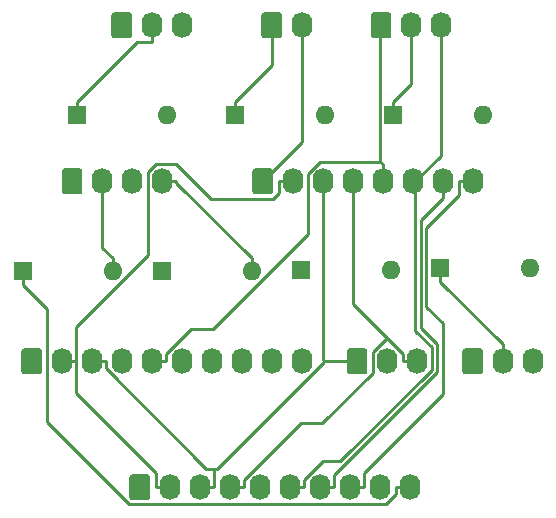
<source format=gbr>
G04 #@! TF.GenerationSoftware,KiCad,Pcbnew,(5.1.5-0-10_14)*
G04 #@! TF.CreationDate,2021-04-18T14:53:33+10:00*
G04 #@! TF.ProjectId,OH - Right Console - A - Sim Control,4f48202d-2052-4696-9768-7420436f6e73,rev?*
G04 #@! TF.SameCoordinates,Original*
G04 #@! TF.FileFunction,Copper,L1,Top*
G04 #@! TF.FilePolarity,Positive*
%FSLAX46Y46*%
G04 Gerber Fmt 4.6, Leading zero omitted, Abs format (unit mm)*
G04 Created by KiCad (PCBNEW (5.1.5-0-10_14)) date 2021-04-18 14:53:33*
%MOMM*%
%LPD*%
G04 APERTURE LIST*
%ADD10O,1.740000X2.200000*%
%ADD11C,0.100000*%
%ADD12O,1.600000X1.600000*%
%ADD13R,1.600000X1.600000*%
%ADD14C,0.250000*%
G04 APERTURE END LIST*
D10*
X168783000Y-133350000D03*
X166243000Y-133350000D03*
X163703000Y-133350000D03*
X161163000Y-133350000D03*
X158623000Y-133350000D03*
X156083000Y-133350000D03*
X153543000Y-133350000D03*
X151003000Y-133350000D03*
X148463000Y-133350000D03*
G04 #@! TA.AperFunction,ComponentPad*
D11*
G36*
X146567505Y-132251204D02*
G01*
X146591773Y-132254804D01*
X146615572Y-132260765D01*
X146638671Y-132269030D01*
X146660850Y-132279520D01*
X146681893Y-132292132D01*
X146701599Y-132306747D01*
X146719777Y-132323223D01*
X146736253Y-132341401D01*
X146750868Y-132361107D01*
X146763480Y-132382150D01*
X146773970Y-132404329D01*
X146782235Y-132427428D01*
X146788196Y-132451227D01*
X146791796Y-132475495D01*
X146793000Y-132499999D01*
X146793000Y-134200001D01*
X146791796Y-134224505D01*
X146788196Y-134248773D01*
X146782235Y-134272572D01*
X146773970Y-134295671D01*
X146763480Y-134317850D01*
X146750868Y-134338893D01*
X146736253Y-134358599D01*
X146719777Y-134376777D01*
X146701599Y-134393253D01*
X146681893Y-134407868D01*
X146660850Y-134420480D01*
X146638671Y-134430970D01*
X146615572Y-134439235D01*
X146591773Y-134445196D01*
X146567505Y-134448796D01*
X146543001Y-134450000D01*
X145302999Y-134450000D01*
X145278495Y-134448796D01*
X145254227Y-134445196D01*
X145230428Y-134439235D01*
X145207329Y-134430970D01*
X145185150Y-134420480D01*
X145164107Y-134407868D01*
X145144401Y-134393253D01*
X145126223Y-134376777D01*
X145109747Y-134358599D01*
X145095132Y-134338893D01*
X145082520Y-134317850D01*
X145072030Y-134295671D01*
X145063765Y-134272572D01*
X145057804Y-134248773D01*
X145054204Y-134224505D01*
X145053000Y-134200001D01*
X145053000Y-132499999D01*
X145054204Y-132475495D01*
X145057804Y-132451227D01*
X145063765Y-132427428D01*
X145072030Y-132404329D01*
X145082520Y-132382150D01*
X145095132Y-132361107D01*
X145109747Y-132341401D01*
X145126223Y-132323223D01*
X145144401Y-132306747D01*
X145164107Y-132292132D01*
X145185150Y-132279520D01*
X145207329Y-132269030D01*
X145230428Y-132260765D01*
X145254227Y-132254804D01*
X145278495Y-132251204D01*
X145302999Y-132250000D01*
X146543001Y-132250000D01*
X146567505Y-132251204D01*
G37*
G04 #@! TD.AperFunction*
D10*
X159639000Y-122682000D03*
X157099000Y-122682000D03*
X154559000Y-122682000D03*
X152019000Y-122682000D03*
X149479000Y-122682000D03*
X146939000Y-122682000D03*
X144399000Y-122682000D03*
X141859000Y-122682000D03*
X139319000Y-122682000D03*
G04 #@! TA.AperFunction,ComponentPad*
D11*
G36*
X137423505Y-121583204D02*
G01*
X137447773Y-121586804D01*
X137471572Y-121592765D01*
X137494671Y-121601030D01*
X137516850Y-121611520D01*
X137537893Y-121624132D01*
X137557599Y-121638747D01*
X137575777Y-121655223D01*
X137592253Y-121673401D01*
X137606868Y-121693107D01*
X137619480Y-121714150D01*
X137629970Y-121736329D01*
X137638235Y-121759428D01*
X137644196Y-121783227D01*
X137647796Y-121807495D01*
X137649000Y-121831999D01*
X137649000Y-123532001D01*
X137647796Y-123556505D01*
X137644196Y-123580773D01*
X137638235Y-123604572D01*
X137629970Y-123627671D01*
X137619480Y-123649850D01*
X137606868Y-123670893D01*
X137592253Y-123690599D01*
X137575777Y-123708777D01*
X137557599Y-123725253D01*
X137537893Y-123739868D01*
X137516850Y-123752480D01*
X137494671Y-123762970D01*
X137471572Y-123771235D01*
X137447773Y-123777196D01*
X137423505Y-123780796D01*
X137399001Y-123782000D01*
X136158999Y-123782000D01*
X136134495Y-123780796D01*
X136110227Y-123777196D01*
X136086428Y-123771235D01*
X136063329Y-123762970D01*
X136041150Y-123752480D01*
X136020107Y-123739868D01*
X136000401Y-123725253D01*
X135982223Y-123708777D01*
X135965747Y-123690599D01*
X135951132Y-123670893D01*
X135938520Y-123649850D01*
X135928030Y-123627671D01*
X135919765Y-123604572D01*
X135913804Y-123580773D01*
X135910204Y-123556505D01*
X135909000Y-123532001D01*
X135909000Y-121831999D01*
X135910204Y-121807495D01*
X135913804Y-121783227D01*
X135919765Y-121759428D01*
X135928030Y-121736329D01*
X135938520Y-121714150D01*
X135951132Y-121693107D01*
X135965747Y-121673401D01*
X135982223Y-121655223D01*
X136000401Y-121638747D01*
X136020107Y-121624132D01*
X136041150Y-121611520D01*
X136063329Y-121601030D01*
X136086428Y-121592765D01*
X136110227Y-121586804D01*
X136134495Y-121583204D01*
X136158999Y-121582000D01*
X137399001Y-121582000D01*
X137423505Y-121583204D01*
G37*
G04 #@! TD.AperFunction*
D10*
X159639000Y-94234000D03*
G04 #@! TA.AperFunction,ComponentPad*
D11*
G36*
X157743505Y-93135204D02*
G01*
X157767773Y-93138804D01*
X157791572Y-93144765D01*
X157814671Y-93153030D01*
X157836850Y-93163520D01*
X157857893Y-93176132D01*
X157877599Y-93190747D01*
X157895777Y-93207223D01*
X157912253Y-93225401D01*
X157926868Y-93245107D01*
X157939480Y-93266150D01*
X157949970Y-93288329D01*
X157958235Y-93311428D01*
X157964196Y-93335227D01*
X157967796Y-93359495D01*
X157969000Y-93383999D01*
X157969000Y-95084001D01*
X157967796Y-95108505D01*
X157964196Y-95132773D01*
X157958235Y-95156572D01*
X157949970Y-95179671D01*
X157939480Y-95201850D01*
X157926868Y-95222893D01*
X157912253Y-95242599D01*
X157895777Y-95260777D01*
X157877599Y-95277253D01*
X157857893Y-95291868D01*
X157836850Y-95304480D01*
X157814671Y-95314970D01*
X157791572Y-95323235D01*
X157767773Y-95329196D01*
X157743505Y-95332796D01*
X157719001Y-95334000D01*
X156478999Y-95334000D01*
X156454495Y-95332796D01*
X156430227Y-95329196D01*
X156406428Y-95323235D01*
X156383329Y-95314970D01*
X156361150Y-95304480D01*
X156340107Y-95291868D01*
X156320401Y-95277253D01*
X156302223Y-95260777D01*
X156285747Y-95242599D01*
X156271132Y-95222893D01*
X156258520Y-95201850D01*
X156248030Y-95179671D01*
X156239765Y-95156572D01*
X156233804Y-95132773D01*
X156230204Y-95108505D01*
X156229000Y-95084001D01*
X156229000Y-93383999D01*
X156230204Y-93359495D01*
X156233804Y-93335227D01*
X156239765Y-93311428D01*
X156248030Y-93288329D01*
X156258520Y-93266150D01*
X156271132Y-93245107D01*
X156285747Y-93225401D01*
X156302223Y-93207223D01*
X156320401Y-93190747D01*
X156340107Y-93176132D01*
X156361150Y-93163520D01*
X156383329Y-93153030D01*
X156406428Y-93144765D01*
X156430227Y-93138804D01*
X156454495Y-93135204D01*
X156478999Y-93134000D01*
X157719001Y-93134000D01*
X157743505Y-93135204D01*
G37*
G04 #@! TD.AperFunction*
D10*
X149479000Y-94234000D03*
X146939000Y-94234000D03*
G04 #@! TA.AperFunction,ComponentPad*
D11*
G36*
X145043505Y-93135204D02*
G01*
X145067773Y-93138804D01*
X145091572Y-93144765D01*
X145114671Y-93153030D01*
X145136850Y-93163520D01*
X145157893Y-93176132D01*
X145177599Y-93190747D01*
X145195777Y-93207223D01*
X145212253Y-93225401D01*
X145226868Y-93245107D01*
X145239480Y-93266150D01*
X145249970Y-93288329D01*
X145258235Y-93311428D01*
X145264196Y-93335227D01*
X145267796Y-93359495D01*
X145269000Y-93383999D01*
X145269000Y-95084001D01*
X145267796Y-95108505D01*
X145264196Y-95132773D01*
X145258235Y-95156572D01*
X145249970Y-95179671D01*
X145239480Y-95201850D01*
X145226868Y-95222893D01*
X145212253Y-95242599D01*
X145195777Y-95260777D01*
X145177599Y-95277253D01*
X145157893Y-95291868D01*
X145136850Y-95304480D01*
X145114671Y-95314970D01*
X145091572Y-95323235D01*
X145067773Y-95329196D01*
X145043505Y-95332796D01*
X145019001Y-95334000D01*
X143778999Y-95334000D01*
X143754495Y-95332796D01*
X143730227Y-95329196D01*
X143706428Y-95323235D01*
X143683329Y-95314970D01*
X143661150Y-95304480D01*
X143640107Y-95291868D01*
X143620401Y-95277253D01*
X143602223Y-95260777D01*
X143585747Y-95242599D01*
X143571132Y-95222893D01*
X143558520Y-95201850D01*
X143548030Y-95179671D01*
X143539765Y-95156572D01*
X143533804Y-95132773D01*
X143530204Y-95108505D01*
X143529000Y-95084001D01*
X143529000Y-93383999D01*
X143530204Y-93359495D01*
X143533804Y-93335227D01*
X143539765Y-93311428D01*
X143548030Y-93288329D01*
X143558520Y-93266150D01*
X143571132Y-93245107D01*
X143585747Y-93225401D01*
X143602223Y-93207223D01*
X143620401Y-93190747D01*
X143640107Y-93176132D01*
X143661150Y-93163520D01*
X143683329Y-93153030D01*
X143706428Y-93144765D01*
X143730227Y-93138804D01*
X143754495Y-93135204D01*
X143778999Y-93134000D01*
X145019001Y-93134000D01*
X145043505Y-93135204D01*
G37*
G04 #@! TD.AperFunction*
D10*
X171450000Y-94234000D03*
X168910000Y-94234000D03*
G04 #@! TA.AperFunction,ComponentPad*
D11*
G36*
X167014505Y-93135204D02*
G01*
X167038773Y-93138804D01*
X167062572Y-93144765D01*
X167085671Y-93153030D01*
X167107850Y-93163520D01*
X167128893Y-93176132D01*
X167148599Y-93190747D01*
X167166777Y-93207223D01*
X167183253Y-93225401D01*
X167197868Y-93245107D01*
X167210480Y-93266150D01*
X167220970Y-93288329D01*
X167229235Y-93311428D01*
X167235196Y-93335227D01*
X167238796Y-93359495D01*
X167240000Y-93383999D01*
X167240000Y-95084001D01*
X167238796Y-95108505D01*
X167235196Y-95132773D01*
X167229235Y-95156572D01*
X167220970Y-95179671D01*
X167210480Y-95201850D01*
X167197868Y-95222893D01*
X167183253Y-95242599D01*
X167166777Y-95260777D01*
X167148599Y-95277253D01*
X167128893Y-95291868D01*
X167107850Y-95304480D01*
X167085671Y-95314970D01*
X167062572Y-95323235D01*
X167038773Y-95329196D01*
X167014505Y-95332796D01*
X166990001Y-95334000D01*
X165749999Y-95334000D01*
X165725495Y-95332796D01*
X165701227Y-95329196D01*
X165677428Y-95323235D01*
X165654329Y-95314970D01*
X165632150Y-95304480D01*
X165611107Y-95291868D01*
X165591401Y-95277253D01*
X165573223Y-95260777D01*
X165556747Y-95242599D01*
X165542132Y-95222893D01*
X165529520Y-95201850D01*
X165519030Y-95179671D01*
X165510765Y-95156572D01*
X165504804Y-95132773D01*
X165501204Y-95108505D01*
X165500000Y-95084001D01*
X165500000Y-93383999D01*
X165501204Y-93359495D01*
X165504804Y-93335227D01*
X165510765Y-93311428D01*
X165519030Y-93288329D01*
X165529520Y-93266150D01*
X165542132Y-93245107D01*
X165556747Y-93225401D01*
X165573223Y-93207223D01*
X165591401Y-93190747D01*
X165611107Y-93176132D01*
X165632150Y-93163520D01*
X165654329Y-93153030D01*
X165677428Y-93144765D01*
X165701227Y-93138804D01*
X165725495Y-93135204D01*
X165749999Y-93134000D01*
X166990001Y-93134000D01*
X167014505Y-93135204D01*
G37*
G04 #@! TD.AperFunction*
D10*
X169418000Y-122682000D03*
X166878000Y-122682000D03*
G04 #@! TA.AperFunction,ComponentPad*
D11*
G36*
X164982505Y-121583204D02*
G01*
X165006773Y-121586804D01*
X165030572Y-121592765D01*
X165053671Y-121601030D01*
X165075850Y-121611520D01*
X165096893Y-121624132D01*
X165116599Y-121638747D01*
X165134777Y-121655223D01*
X165151253Y-121673401D01*
X165165868Y-121693107D01*
X165178480Y-121714150D01*
X165188970Y-121736329D01*
X165197235Y-121759428D01*
X165203196Y-121783227D01*
X165206796Y-121807495D01*
X165208000Y-121831999D01*
X165208000Y-123532001D01*
X165206796Y-123556505D01*
X165203196Y-123580773D01*
X165197235Y-123604572D01*
X165188970Y-123627671D01*
X165178480Y-123649850D01*
X165165868Y-123670893D01*
X165151253Y-123690599D01*
X165134777Y-123708777D01*
X165116599Y-123725253D01*
X165096893Y-123739868D01*
X165075850Y-123752480D01*
X165053671Y-123762970D01*
X165030572Y-123771235D01*
X165006773Y-123777196D01*
X164982505Y-123780796D01*
X164958001Y-123782000D01*
X163717999Y-123782000D01*
X163693495Y-123780796D01*
X163669227Y-123777196D01*
X163645428Y-123771235D01*
X163622329Y-123762970D01*
X163600150Y-123752480D01*
X163579107Y-123739868D01*
X163559401Y-123725253D01*
X163541223Y-123708777D01*
X163524747Y-123690599D01*
X163510132Y-123670893D01*
X163497520Y-123649850D01*
X163487030Y-123627671D01*
X163478765Y-123604572D01*
X163472804Y-123580773D01*
X163469204Y-123556505D01*
X163468000Y-123532001D01*
X163468000Y-121831999D01*
X163469204Y-121807495D01*
X163472804Y-121783227D01*
X163478765Y-121759428D01*
X163487030Y-121736329D01*
X163497520Y-121714150D01*
X163510132Y-121693107D01*
X163524747Y-121673401D01*
X163541223Y-121655223D01*
X163559401Y-121638747D01*
X163579107Y-121624132D01*
X163600150Y-121611520D01*
X163622329Y-121601030D01*
X163645428Y-121592765D01*
X163669227Y-121586804D01*
X163693495Y-121583204D01*
X163717999Y-121582000D01*
X164958001Y-121582000D01*
X164982505Y-121583204D01*
G37*
G04 #@! TD.AperFunction*
D10*
X179197000Y-122682000D03*
X176657000Y-122682000D03*
G04 #@! TA.AperFunction,ComponentPad*
D11*
G36*
X174761505Y-121583204D02*
G01*
X174785773Y-121586804D01*
X174809572Y-121592765D01*
X174832671Y-121601030D01*
X174854850Y-121611520D01*
X174875893Y-121624132D01*
X174895599Y-121638747D01*
X174913777Y-121655223D01*
X174930253Y-121673401D01*
X174944868Y-121693107D01*
X174957480Y-121714150D01*
X174967970Y-121736329D01*
X174976235Y-121759428D01*
X174982196Y-121783227D01*
X174985796Y-121807495D01*
X174987000Y-121831999D01*
X174987000Y-123532001D01*
X174985796Y-123556505D01*
X174982196Y-123580773D01*
X174976235Y-123604572D01*
X174967970Y-123627671D01*
X174957480Y-123649850D01*
X174944868Y-123670893D01*
X174930253Y-123690599D01*
X174913777Y-123708777D01*
X174895599Y-123725253D01*
X174875893Y-123739868D01*
X174854850Y-123752480D01*
X174832671Y-123762970D01*
X174809572Y-123771235D01*
X174785773Y-123777196D01*
X174761505Y-123780796D01*
X174737001Y-123782000D01*
X173496999Y-123782000D01*
X173472495Y-123780796D01*
X173448227Y-123777196D01*
X173424428Y-123771235D01*
X173401329Y-123762970D01*
X173379150Y-123752480D01*
X173358107Y-123739868D01*
X173338401Y-123725253D01*
X173320223Y-123708777D01*
X173303747Y-123690599D01*
X173289132Y-123670893D01*
X173276520Y-123649850D01*
X173266030Y-123627671D01*
X173257765Y-123604572D01*
X173251804Y-123580773D01*
X173248204Y-123556505D01*
X173247000Y-123532001D01*
X173247000Y-121831999D01*
X173248204Y-121807495D01*
X173251804Y-121783227D01*
X173257765Y-121759428D01*
X173266030Y-121736329D01*
X173276520Y-121714150D01*
X173289132Y-121693107D01*
X173303747Y-121673401D01*
X173320223Y-121655223D01*
X173338401Y-121638747D01*
X173358107Y-121624132D01*
X173379150Y-121611520D01*
X173401329Y-121601030D01*
X173424428Y-121592765D01*
X173448227Y-121586804D01*
X173472495Y-121583204D01*
X173496999Y-121582000D01*
X174737001Y-121582000D01*
X174761505Y-121583204D01*
G37*
G04 #@! TD.AperFunction*
D10*
X174117000Y-107442000D03*
X171577000Y-107442000D03*
X169037000Y-107442000D03*
X166497000Y-107442000D03*
X163957000Y-107442000D03*
X161417000Y-107442000D03*
X158877000Y-107442000D03*
G04 #@! TA.AperFunction,ComponentPad*
D11*
G36*
X156981505Y-106343204D02*
G01*
X157005773Y-106346804D01*
X157029572Y-106352765D01*
X157052671Y-106361030D01*
X157074850Y-106371520D01*
X157095893Y-106384132D01*
X157115599Y-106398747D01*
X157133777Y-106415223D01*
X157150253Y-106433401D01*
X157164868Y-106453107D01*
X157177480Y-106474150D01*
X157187970Y-106496329D01*
X157196235Y-106519428D01*
X157202196Y-106543227D01*
X157205796Y-106567495D01*
X157207000Y-106591999D01*
X157207000Y-108292001D01*
X157205796Y-108316505D01*
X157202196Y-108340773D01*
X157196235Y-108364572D01*
X157187970Y-108387671D01*
X157177480Y-108409850D01*
X157164868Y-108430893D01*
X157150253Y-108450599D01*
X157133777Y-108468777D01*
X157115599Y-108485253D01*
X157095893Y-108499868D01*
X157074850Y-108512480D01*
X157052671Y-108522970D01*
X157029572Y-108531235D01*
X157005773Y-108537196D01*
X156981505Y-108540796D01*
X156957001Y-108542000D01*
X155716999Y-108542000D01*
X155692495Y-108540796D01*
X155668227Y-108537196D01*
X155644428Y-108531235D01*
X155621329Y-108522970D01*
X155599150Y-108512480D01*
X155578107Y-108499868D01*
X155558401Y-108485253D01*
X155540223Y-108468777D01*
X155523747Y-108450599D01*
X155509132Y-108430893D01*
X155496520Y-108409850D01*
X155486030Y-108387671D01*
X155477765Y-108364572D01*
X155471804Y-108340773D01*
X155468204Y-108316505D01*
X155467000Y-108292001D01*
X155467000Y-106591999D01*
X155468204Y-106567495D01*
X155471804Y-106543227D01*
X155477765Y-106519428D01*
X155486030Y-106496329D01*
X155496520Y-106474150D01*
X155509132Y-106453107D01*
X155523747Y-106433401D01*
X155540223Y-106415223D01*
X155558401Y-106398747D01*
X155578107Y-106384132D01*
X155599150Y-106371520D01*
X155621329Y-106361030D01*
X155644428Y-106352765D01*
X155668227Y-106346804D01*
X155692495Y-106343204D01*
X155716999Y-106342000D01*
X156957001Y-106342000D01*
X156981505Y-106343204D01*
G37*
G04 #@! TD.AperFunction*
D10*
X147828000Y-107442000D03*
X145288000Y-107442000D03*
X142748000Y-107442000D03*
G04 #@! TA.AperFunction,ComponentPad*
D11*
G36*
X140852505Y-106343204D02*
G01*
X140876773Y-106346804D01*
X140900572Y-106352765D01*
X140923671Y-106361030D01*
X140945850Y-106371520D01*
X140966893Y-106384132D01*
X140986599Y-106398747D01*
X141004777Y-106415223D01*
X141021253Y-106433401D01*
X141035868Y-106453107D01*
X141048480Y-106474150D01*
X141058970Y-106496329D01*
X141067235Y-106519428D01*
X141073196Y-106543227D01*
X141076796Y-106567495D01*
X141078000Y-106591999D01*
X141078000Y-108292001D01*
X141076796Y-108316505D01*
X141073196Y-108340773D01*
X141067235Y-108364572D01*
X141058970Y-108387671D01*
X141048480Y-108409850D01*
X141035868Y-108430893D01*
X141021253Y-108450599D01*
X141004777Y-108468777D01*
X140986599Y-108485253D01*
X140966893Y-108499868D01*
X140945850Y-108512480D01*
X140923671Y-108522970D01*
X140900572Y-108531235D01*
X140876773Y-108537196D01*
X140852505Y-108540796D01*
X140828001Y-108542000D01*
X139587999Y-108542000D01*
X139563495Y-108540796D01*
X139539227Y-108537196D01*
X139515428Y-108531235D01*
X139492329Y-108522970D01*
X139470150Y-108512480D01*
X139449107Y-108499868D01*
X139429401Y-108485253D01*
X139411223Y-108468777D01*
X139394747Y-108450599D01*
X139380132Y-108430893D01*
X139367520Y-108409850D01*
X139357030Y-108387671D01*
X139348765Y-108364572D01*
X139342804Y-108340773D01*
X139339204Y-108316505D01*
X139338000Y-108292001D01*
X139338000Y-106591999D01*
X139339204Y-106567495D01*
X139342804Y-106543227D01*
X139348765Y-106519428D01*
X139357030Y-106496329D01*
X139367520Y-106474150D01*
X139380132Y-106453107D01*
X139394747Y-106433401D01*
X139411223Y-106415223D01*
X139429401Y-106398747D01*
X139449107Y-106384132D01*
X139470150Y-106371520D01*
X139492329Y-106361030D01*
X139515428Y-106352765D01*
X139539227Y-106346804D01*
X139563495Y-106343204D01*
X139587999Y-106342000D01*
X140828001Y-106342000D01*
X140852505Y-106343204D01*
G37*
G04 #@! TD.AperFunction*
D12*
X143637000Y-115062000D03*
D13*
X136017000Y-115062000D03*
D12*
X155406000Y-115062000D03*
D13*
X147786000Y-115062000D03*
D12*
X161608000Y-101854000D03*
D13*
X153988000Y-101854000D03*
D12*
X148209000Y-101854000D03*
D13*
X140589000Y-101854000D03*
D12*
X175006000Y-101854000D03*
D13*
X167386000Y-101854000D03*
D12*
X167174000Y-114935000D03*
D13*
X159554000Y-114935000D03*
D12*
X178943000Y-114808000D03*
D13*
X171323000Y-114808000D03*
D14*
X176657000Y-122682000D02*
X176657000Y-121256700D01*
X171323000Y-114808000D02*
X171323000Y-115933300D01*
X171323000Y-115933300D02*
X176646400Y-121256700D01*
X176646400Y-121256700D02*
X176657000Y-121256700D01*
X167386000Y-101854000D02*
X167386000Y-100728700D01*
X167386000Y-100728700D02*
X168910000Y-99204700D01*
X168910000Y-99204700D02*
X168910000Y-94234000D01*
X146939000Y-94234000D02*
X146939000Y-95659300D01*
X140589000Y-101854000D02*
X140589000Y-100728700D01*
X140589000Y-100728700D02*
X145658400Y-95659300D01*
X145658400Y-95659300D02*
X146939000Y-95659300D01*
X153988000Y-101854000D02*
X153988000Y-100728700D01*
X153988000Y-100728700D02*
X157099000Y-97617700D01*
X157099000Y-97617700D02*
X157099000Y-94234000D01*
X147828000Y-107442000D02*
X149023300Y-107442000D01*
X155406000Y-115062000D02*
X155406000Y-113936700D01*
X155406000Y-113936700D02*
X149023300Y-107554000D01*
X149023300Y-107554000D02*
X149023300Y-107442000D01*
X143637000Y-115062000D02*
X143637000Y-113936700D01*
X143637000Y-113936700D02*
X142748000Y-113047700D01*
X142748000Y-113047700D02*
X142748000Y-107442000D01*
X168783000Y-133350000D02*
X167587700Y-133350000D01*
X136017000Y-115062000D02*
X136017000Y-116187300D01*
X136017000Y-116187300D02*
X138049500Y-118219800D01*
X138049500Y-118219800D02*
X138049500Y-127794800D01*
X138049500Y-127794800D02*
X145030900Y-134776200D01*
X145030900Y-134776200D02*
X166759100Y-134776200D01*
X166759100Y-134776200D02*
X167587700Y-133947600D01*
X167587700Y-133947600D02*
X167587700Y-133350000D01*
X163703000Y-133350000D02*
X164898300Y-133350000D01*
X174117000Y-107442000D02*
X172921700Y-107442000D01*
X172921700Y-107442000D02*
X172921700Y-108637300D01*
X172921700Y-108637300D02*
X170197600Y-111361400D01*
X170197600Y-111361400D02*
X170197600Y-118071200D01*
X170197600Y-118071200D02*
X171570900Y-119444500D01*
X171570900Y-119444500D02*
X171570900Y-125482100D01*
X171570900Y-125482100D02*
X164898300Y-132154700D01*
X164898300Y-132154700D02*
X164898300Y-133350000D01*
X162358300Y-133350000D02*
X162358300Y-132316700D01*
X162358300Y-132316700D02*
X171100100Y-123574900D01*
X171100100Y-123574900D02*
X171100100Y-121215100D01*
X171100100Y-121215100D02*
X169729900Y-119844900D01*
X169729900Y-119844900D02*
X169729900Y-110714400D01*
X169729900Y-110714400D02*
X171577000Y-108867300D01*
X161163000Y-133350000D02*
X162358300Y-133350000D01*
X171577000Y-107442000D02*
X171577000Y-108867300D01*
X169270900Y-107442000D02*
X171450000Y-105262900D01*
X171450000Y-105262900D02*
X171450000Y-94234000D01*
X159818300Y-133350000D02*
X159818300Y-132752300D01*
X159818300Y-132752300D02*
X161449500Y-131121100D01*
X161449500Y-131121100D02*
X162917000Y-131121100D01*
X162917000Y-131121100D02*
X170640500Y-123397600D01*
X170640500Y-123397600D02*
X170640500Y-121462800D01*
X170640500Y-121462800D02*
X169270900Y-120093200D01*
X169270900Y-120093200D02*
X169270900Y-107442000D01*
X158623000Y-133350000D02*
X159818300Y-133350000D01*
X169037000Y-107442000D02*
X169270900Y-107442000D01*
X166260600Y-105780300D02*
X166497000Y-106016700D01*
X166370000Y-94234000D02*
X166260600Y-94343400D01*
X166260600Y-94343400D02*
X166260600Y-105780300D01*
X166260600Y-105780300D02*
X161154800Y-105780300D01*
X161154800Y-105780300D02*
X160150600Y-106784500D01*
X160150600Y-106784500D02*
X160150600Y-111909000D01*
X160150600Y-111909000D02*
X152113900Y-119945700D01*
X152113900Y-119945700D02*
X150272900Y-119945700D01*
X150272900Y-119945700D02*
X148134300Y-122084300D01*
X148134300Y-122084300D02*
X148134300Y-122682000D01*
X146939000Y-122682000D02*
X148134300Y-122682000D01*
X166497000Y-107442000D02*
X166497000Y-106016700D01*
X163957000Y-107442000D02*
X163957000Y-117818700D01*
X163957000Y-117818700D02*
X166854100Y-120715800D01*
X166854100Y-120715800D02*
X165666000Y-121903900D01*
X165666000Y-121903900D02*
X165666000Y-123655600D01*
X165666000Y-123655600D02*
X161394400Y-127927200D01*
X161394400Y-127927200D02*
X159563500Y-127927200D01*
X159563500Y-127927200D02*
X154738300Y-132752400D01*
X154738300Y-132752400D02*
X154738300Y-133350000D01*
X166854100Y-120715800D02*
X168222700Y-122084400D01*
X168222700Y-122084400D02*
X168222700Y-122682000D01*
X153543000Y-133350000D02*
X154738300Y-133350000D01*
X169418000Y-122682000D02*
X168222700Y-122682000D01*
X141859000Y-122682000D02*
X143054300Y-122682000D01*
X152198300Y-131780100D02*
X152489900Y-131780100D01*
X152489900Y-131780100D02*
X161505100Y-122764900D01*
X161505100Y-122764900D02*
X161505100Y-122682000D01*
X143054300Y-122682000D02*
X143054300Y-123279600D01*
X143054300Y-123279600D02*
X151554800Y-131780100D01*
X151554800Y-131780100D02*
X152198300Y-131780100D01*
X152198300Y-131780100D02*
X152198300Y-133350000D01*
X151003000Y-133350000D02*
X152198300Y-133350000D01*
X161417000Y-107442000D02*
X161417000Y-122594000D01*
X161417000Y-122594000D02*
X161417100Y-122594000D01*
X161417100Y-122594000D02*
X161505100Y-122682000D01*
X161505100Y-122682000D02*
X164338000Y-122682000D01*
X158877000Y-107442000D02*
X157681700Y-107442000D01*
X157681700Y-107442000D02*
X157681700Y-108413200D01*
X157681700Y-108413200D02*
X157168400Y-108926500D01*
X157168400Y-108926500D02*
X151933100Y-108926500D01*
X151933100Y-108926500D02*
X148993900Y-105987300D01*
X148993900Y-105987300D02*
X147299400Y-105987300D01*
X147299400Y-105987300D02*
X146609400Y-106677300D01*
X146609400Y-106677300D02*
X146609400Y-113719600D01*
X146609400Y-113719600D02*
X140514300Y-119814700D01*
X140514300Y-119814700D02*
X140514300Y-122682000D01*
X148463000Y-133350000D02*
X147267700Y-133350000D01*
X139319000Y-122682000D02*
X140514300Y-122682000D01*
X140514300Y-122682000D02*
X140514300Y-125401300D01*
X140514300Y-125401300D02*
X147267700Y-132154700D01*
X147267700Y-132154700D02*
X147267700Y-133350000D01*
X156337000Y-107442000D02*
X159639000Y-104140000D01*
X159639000Y-104140000D02*
X159639000Y-94234000D01*
M02*

</source>
